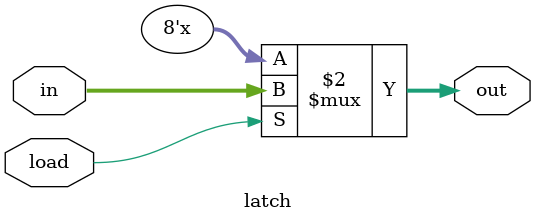
<source format=sv>
 module latch(load, in, out);

 parameter WIDTH = 8;

 input load;
 input [WIDTH-1: 0] in;
 output reg [WIDTH-1: 0] out;

 always @(load or in)
   if (load)
     out <= in;

endmodule
</source>
